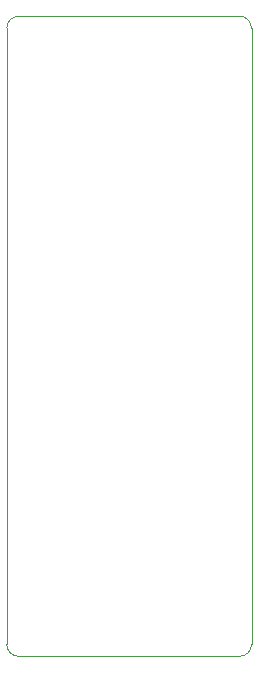
<source format=gbr>
%TF.GenerationSoftware,KiCad,Pcbnew,7.0.2-6a45011f42~172~ubuntu20.04.1*%
%TF.CreationDate,2023-04-23T13:30:35+07:00*%
%TF.ProjectId,EZ-USB-FX2LP-micro,455a2d55-5342-42d4-9658-324c502d6d69,rev?*%
%TF.SameCoordinates,Original*%
%TF.FileFunction,Profile,NP*%
%FSLAX46Y46*%
G04 Gerber Fmt 4.6, Leading zero omitted, Abs format (unit mm)*
G04 Created by KiCad (PCBNEW 7.0.2-6a45011f42~172~ubuntu20.04.1) date 2023-04-23 13:30:35*
%MOMM*%
%LPD*%
G01*
G04 APERTURE LIST*
%TA.AperFunction,Profile*%
%ADD10C,0.100000*%
%TD*%
G04 APERTURE END LIST*
D10*
X136716400Y-77874600D02*
G75*
G03*
X135700400Y-78890600I0J-1016000D01*
G01*
X136716400Y-77874600D02*
X155408400Y-77874600D01*
X156424400Y-78890600D02*
X156424400Y-131062600D01*
X155408400Y-132078600D02*
G75*
G03*
X156424400Y-131062600I0J1016000D01*
G01*
X135700400Y-131062600D02*
X135700400Y-78890600D01*
X135700400Y-131062600D02*
G75*
G03*
X136716400Y-132078600I1016000J0D01*
G01*
X155408400Y-132078600D02*
X136716400Y-132078600D01*
X156424400Y-78890600D02*
G75*
G03*
X155408400Y-77874600I-1016000J0D01*
G01*
M02*

</source>
